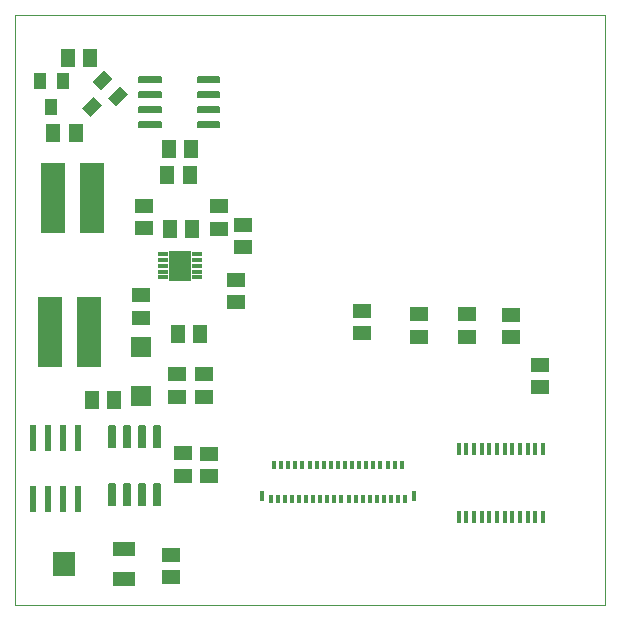
<source format=gtp>
G75*
%MOIN*%
%OFA0B0*%
%FSLAX25Y25*%
%IPPOS*%
%LPD*%
%AMOC8*
5,1,8,0,0,1.08239X$1,22.5*
%
%ADD10C,0.00000*%
%ADD11R,0.05118X0.05906*%
%ADD12R,0.05906X0.05118*%
%ADD13R,0.06693X0.07087*%
%ADD14R,0.01200X0.03900*%
%ADD15R,0.07874X0.23622*%
%ADD16R,0.06299X0.05118*%
%ADD17R,0.05118X0.06299*%
%ADD18C,0.00591*%
%ADD19C,0.00100*%
%ADD20R,0.03200X0.01200*%
%ADD21R,0.01181X0.03150*%
%ADD22R,0.01181X0.02559*%
%ADD23R,0.01575X0.03740*%
%ADD24R,0.02362X0.08661*%
%ADD25R,0.07480X0.05118*%
%ADD26R,0.07480X0.07874*%
%ADD27R,0.03937X0.05512*%
D10*
X0005982Y0001000D02*
X0005982Y0197850D01*
X0202832Y0197850D01*
X0202832Y0001000D01*
X0005982Y0001000D01*
D11*
X0031690Y0069307D03*
X0039171Y0069307D03*
X0057281Y0153165D03*
X0064761Y0153165D03*
X0031100Y0183480D03*
X0023619Y0183480D03*
X0026336Y0158283D03*
X0018856Y0158283D03*
D12*
X0049092Y0134150D03*
X0049092Y0126669D03*
X0047911Y0104346D03*
X0047911Y0096866D03*
X0069171Y0078047D03*
X0069171Y0070567D03*
X0062084Y0051709D03*
X0062084Y0044228D03*
X0180982Y0073756D03*
X0180982Y0081236D03*
D13*
X0047911Y0086984D03*
X0047911Y0070843D03*
D14*
X0153915Y0053235D03*
X0156474Y0053235D03*
X0159033Y0053235D03*
X0161592Y0053235D03*
X0164151Y0053235D03*
X0166710Y0053235D03*
X0169269Y0053235D03*
X0171828Y0053235D03*
X0174387Y0053235D03*
X0176946Y0053235D03*
X0179505Y0053235D03*
X0182064Y0053235D03*
X0182064Y0030261D03*
X0179505Y0030261D03*
X0176946Y0030261D03*
X0174387Y0030261D03*
X0171828Y0030261D03*
X0169269Y0030261D03*
X0166710Y0030261D03*
X0164151Y0030261D03*
X0161592Y0030261D03*
X0159033Y0030261D03*
X0156474Y0030261D03*
X0153915Y0030261D03*
D15*
X0031730Y0136866D03*
X0018738Y0136866D03*
X0017832Y0092063D03*
X0030824Y0092063D03*
D16*
X0060115Y0078047D03*
X0060115Y0070567D03*
X0070745Y0051433D03*
X0070745Y0043953D03*
X0057989Y0017850D03*
X0057989Y0010370D03*
X0121572Y0091709D03*
X0121572Y0099189D03*
X0140863Y0098008D03*
X0140863Y0090528D03*
X0156808Y0090528D03*
X0156808Y0098008D03*
X0171533Y0097811D03*
X0171533Y0090331D03*
X0082163Y0120331D03*
X0082163Y0127811D03*
X0073895Y0126472D03*
X0073895Y0133953D03*
X0079801Y0109543D03*
X0079801Y0102063D03*
D17*
X0067753Y0091354D03*
X0060273Y0091354D03*
X0057635Y0126394D03*
X0065115Y0126394D03*
X0064289Y0144504D03*
X0056808Y0144504D03*
D18*
X0054663Y0162063D02*
X0047497Y0162063D01*
X0054663Y0162063D02*
X0054663Y0160291D01*
X0047497Y0160291D01*
X0047497Y0162063D01*
X0047497Y0160881D02*
X0054663Y0160881D01*
X0054663Y0161471D02*
X0047497Y0161471D01*
X0047497Y0162061D02*
X0054663Y0162061D01*
X0054663Y0167063D02*
X0047497Y0167063D01*
X0054663Y0167063D02*
X0054663Y0165291D01*
X0047497Y0165291D01*
X0047497Y0167063D01*
X0047497Y0165881D02*
X0054663Y0165881D01*
X0054663Y0166471D02*
X0047497Y0166471D01*
X0047497Y0167061D02*
X0054663Y0167061D01*
X0054663Y0172063D02*
X0047497Y0172063D01*
X0054663Y0172063D02*
X0054663Y0170291D01*
X0047497Y0170291D01*
X0047497Y0172063D01*
X0047497Y0170881D02*
X0054663Y0170881D01*
X0054663Y0171471D02*
X0047497Y0171471D01*
X0047497Y0172061D02*
X0054663Y0172061D01*
X0054663Y0177063D02*
X0047497Y0177063D01*
X0054663Y0177063D02*
X0054663Y0175291D01*
X0047497Y0175291D01*
X0047497Y0177063D01*
X0047497Y0175881D02*
X0054663Y0175881D01*
X0054663Y0176471D02*
X0047497Y0176471D01*
X0047497Y0177061D02*
X0054663Y0177061D01*
X0066985Y0177063D02*
X0074151Y0177063D01*
X0074151Y0175291D01*
X0066985Y0175291D01*
X0066985Y0177063D01*
X0066985Y0175881D02*
X0074151Y0175881D01*
X0074151Y0176471D02*
X0066985Y0176471D01*
X0066985Y0177061D02*
X0074151Y0177061D01*
X0074151Y0172063D02*
X0066985Y0172063D01*
X0074151Y0172063D02*
X0074151Y0170291D01*
X0066985Y0170291D01*
X0066985Y0172063D01*
X0066985Y0170881D02*
X0074151Y0170881D01*
X0074151Y0171471D02*
X0066985Y0171471D01*
X0066985Y0172061D02*
X0074151Y0172061D01*
X0074151Y0167063D02*
X0066985Y0167063D01*
X0074151Y0167063D02*
X0074151Y0165291D01*
X0066985Y0165291D01*
X0066985Y0167063D01*
X0066985Y0165881D02*
X0074151Y0165881D01*
X0074151Y0166471D02*
X0066985Y0166471D01*
X0066985Y0167061D02*
X0074151Y0167061D01*
X0074151Y0162063D02*
X0066985Y0162063D01*
X0074151Y0162063D02*
X0074151Y0160291D01*
X0066985Y0160291D01*
X0066985Y0162063D01*
X0066985Y0160881D02*
X0074151Y0160881D01*
X0074151Y0161471D02*
X0066985Y0161471D01*
X0066985Y0162061D02*
X0074151Y0162061D01*
X0052477Y0060902D02*
X0052477Y0053736D01*
X0052477Y0060902D02*
X0054249Y0060902D01*
X0054249Y0053736D01*
X0052477Y0053736D01*
X0052477Y0054326D02*
X0054249Y0054326D01*
X0054249Y0054916D02*
X0052477Y0054916D01*
X0052477Y0055506D02*
X0054249Y0055506D01*
X0054249Y0056096D02*
X0052477Y0056096D01*
X0052477Y0056686D02*
X0054249Y0056686D01*
X0054249Y0057276D02*
X0052477Y0057276D01*
X0052477Y0057866D02*
X0054249Y0057866D01*
X0054249Y0058456D02*
X0052477Y0058456D01*
X0052477Y0059046D02*
X0054249Y0059046D01*
X0054249Y0059636D02*
X0052477Y0059636D01*
X0052477Y0060226D02*
X0054249Y0060226D01*
X0054249Y0060816D02*
X0052477Y0060816D01*
X0047477Y0060902D02*
X0047477Y0053736D01*
X0047477Y0060902D02*
X0049249Y0060902D01*
X0049249Y0053736D01*
X0047477Y0053736D01*
X0047477Y0054326D02*
X0049249Y0054326D01*
X0049249Y0054916D02*
X0047477Y0054916D01*
X0047477Y0055506D02*
X0049249Y0055506D01*
X0049249Y0056096D02*
X0047477Y0056096D01*
X0047477Y0056686D02*
X0049249Y0056686D01*
X0049249Y0057276D02*
X0047477Y0057276D01*
X0047477Y0057866D02*
X0049249Y0057866D01*
X0049249Y0058456D02*
X0047477Y0058456D01*
X0047477Y0059046D02*
X0049249Y0059046D01*
X0049249Y0059636D02*
X0047477Y0059636D01*
X0047477Y0060226D02*
X0049249Y0060226D01*
X0049249Y0060816D02*
X0047477Y0060816D01*
X0042477Y0060902D02*
X0042477Y0053736D01*
X0042477Y0060902D02*
X0044249Y0060902D01*
X0044249Y0053736D01*
X0042477Y0053736D01*
X0042477Y0054326D02*
X0044249Y0054326D01*
X0044249Y0054916D02*
X0042477Y0054916D01*
X0042477Y0055506D02*
X0044249Y0055506D01*
X0044249Y0056096D02*
X0042477Y0056096D01*
X0042477Y0056686D02*
X0044249Y0056686D01*
X0044249Y0057276D02*
X0042477Y0057276D01*
X0042477Y0057866D02*
X0044249Y0057866D01*
X0044249Y0058456D02*
X0042477Y0058456D01*
X0042477Y0059046D02*
X0044249Y0059046D01*
X0044249Y0059636D02*
X0042477Y0059636D01*
X0042477Y0060226D02*
X0044249Y0060226D01*
X0044249Y0060816D02*
X0042477Y0060816D01*
X0037477Y0060902D02*
X0037477Y0053736D01*
X0037477Y0060902D02*
X0039249Y0060902D01*
X0039249Y0053736D01*
X0037477Y0053736D01*
X0037477Y0054326D02*
X0039249Y0054326D01*
X0039249Y0054916D02*
X0037477Y0054916D01*
X0037477Y0055506D02*
X0039249Y0055506D01*
X0039249Y0056096D02*
X0037477Y0056096D01*
X0037477Y0056686D02*
X0039249Y0056686D01*
X0039249Y0057276D02*
X0037477Y0057276D01*
X0037477Y0057866D02*
X0039249Y0057866D01*
X0039249Y0058456D02*
X0037477Y0058456D01*
X0037477Y0059046D02*
X0039249Y0059046D01*
X0039249Y0059636D02*
X0037477Y0059636D01*
X0037477Y0060226D02*
X0039249Y0060226D01*
X0039249Y0060816D02*
X0037477Y0060816D01*
X0037477Y0041414D02*
X0037477Y0034248D01*
X0037477Y0041414D02*
X0039249Y0041414D01*
X0039249Y0034248D01*
X0037477Y0034248D01*
X0037477Y0034838D02*
X0039249Y0034838D01*
X0039249Y0035428D02*
X0037477Y0035428D01*
X0037477Y0036018D02*
X0039249Y0036018D01*
X0039249Y0036608D02*
X0037477Y0036608D01*
X0037477Y0037198D02*
X0039249Y0037198D01*
X0039249Y0037788D02*
X0037477Y0037788D01*
X0037477Y0038378D02*
X0039249Y0038378D01*
X0039249Y0038968D02*
X0037477Y0038968D01*
X0037477Y0039558D02*
X0039249Y0039558D01*
X0039249Y0040148D02*
X0037477Y0040148D01*
X0037477Y0040738D02*
X0039249Y0040738D01*
X0039249Y0041328D02*
X0037477Y0041328D01*
X0042477Y0041414D02*
X0042477Y0034248D01*
X0042477Y0041414D02*
X0044249Y0041414D01*
X0044249Y0034248D01*
X0042477Y0034248D01*
X0042477Y0034838D02*
X0044249Y0034838D01*
X0044249Y0035428D02*
X0042477Y0035428D01*
X0042477Y0036018D02*
X0044249Y0036018D01*
X0044249Y0036608D02*
X0042477Y0036608D01*
X0042477Y0037198D02*
X0044249Y0037198D01*
X0044249Y0037788D02*
X0042477Y0037788D01*
X0042477Y0038378D02*
X0044249Y0038378D01*
X0044249Y0038968D02*
X0042477Y0038968D01*
X0042477Y0039558D02*
X0044249Y0039558D01*
X0044249Y0040148D02*
X0042477Y0040148D01*
X0042477Y0040738D02*
X0044249Y0040738D01*
X0044249Y0041328D02*
X0042477Y0041328D01*
X0047477Y0041414D02*
X0047477Y0034248D01*
X0047477Y0041414D02*
X0049249Y0041414D01*
X0049249Y0034248D01*
X0047477Y0034248D01*
X0047477Y0034838D02*
X0049249Y0034838D01*
X0049249Y0035428D02*
X0047477Y0035428D01*
X0047477Y0036018D02*
X0049249Y0036018D01*
X0049249Y0036608D02*
X0047477Y0036608D01*
X0047477Y0037198D02*
X0049249Y0037198D01*
X0049249Y0037788D02*
X0047477Y0037788D01*
X0047477Y0038378D02*
X0049249Y0038378D01*
X0049249Y0038968D02*
X0047477Y0038968D01*
X0047477Y0039558D02*
X0049249Y0039558D01*
X0049249Y0040148D02*
X0047477Y0040148D01*
X0047477Y0040738D02*
X0049249Y0040738D01*
X0049249Y0041328D02*
X0047477Y0041328D01*
X0052477Y0041414D02*
X0052477Y0034248D01*
X0052477Y0041414D02*
X0054249Y0041414D01*
X0054249Y0034248D01*
X0052477Y0034248D01*
X0052477Y0034838D02*
X0054249Y0034838D01*
X0054249Y0035428D02*
X0052477Y0035428D01*
X0052477Y0036018D02*
X0054249Y0036018D01*
X0054249Y0036608D02*
X0052477Y0036608D01*
X0052477Y0037198D02*
X0054249Y0037198D01*
X0054249Y0037788D02*
X0052477Y0037788D01*
X0052477Y0038378D02*
X0054249Y0038378D01*
X0054249Y0038968D02*
X0052477Y0038968D01*
X0052477Y0039558D02*
X0054249Y0039558D01*
X0054249Y0040148D02*
X0052477Y0040148D01*
X0052477Y0040738D02*
X0054249Y0040738D01*
X0054249Y0041328D02*
X0052477Y0041328D01*
D19*
X0057492Y0109289D02*
X0064392Y0109289D01*
X0064392Y0119089D01*
X0057492Y0119089D01*
X0057492Y0109289D01*
X0057492Y0109362D02*
X0064392Y0109362D01*
X0064392Y0109461D02*
X0057492Y0109461D01*
X0057492Y0109559D02*
X0064392Y0109559D01*
X0064392Y0109658D02*
X0057492Y0109658D01*
X0057492Y0109756D02*
X0064392Y0109756D01*
X0064392Y0109855D02*
X0057492Y0109855D01*
X0057492Y0109954D02*
X0064392Y0109954D01*
X0064392Y0110052D02*
X0057492Y0110052D01*
X0057492Y0110151D02*
X0064392Y0110151D01*
X0064392Y0110249D02*
X0057492Y0110249D01*
X0057492Y0110348D02*
X0064392Y0110348D01*
X0064392Y0110446D02*
X0057492Y0110446D01*
X0057492Y0110545D02*
X0064392Y0110545D01*
X0064392Y0110643D02*
X0057492Y0110643D01*
X0057492Y0110742D02*
X0064392Y0110742D01*
X0064392Y0110840D02*
X0057492Y0110840D01*
X0057492Y0110939D02*
X0064392Y0110939D01*
X0064392Y0111037D02*
X0057492Y0111037D01*
X0057492Y0111136D02*
X0064392Y0111136D01*
X0064392Y0111234D02*
X0057492Y0111234D01*
X0057492Y0111333D02*
X0064392Y0111333D01*
X0064392Y0111431D02*
X0057492Y0111431D01*
X0057492Y0111530D02*
X0064392Y0111530D01*
X0064392Y0111628D02*
X0057492Y0111628D01*
X0057492Y0111727D02*
X0064392Y0111727D01*
X0064392Y0111825D02*
X0057492Y0111825D01*
X0057492Y0111924D02*
X0064392Y0111924D01*
X0064392Y0112022D02*
X0057492Y0112022D01*
X0057492Y0112121D02*
X0064392Y0112121D01*
X0064392Y0112219D02*
X0057492Y0112219D01*
X0057492Y0112318D02*
X0064392Y0112318D01*
X0064392Y0112416D02*
X0057492Y0112416D01*
X0057492Y0112515D02*
X0064392Y0112515D01*
X0064392Y0112613D02*
X0057492Y0112613D01*
X0057492Y0112712D02*
X0064392Y0112712D01*
X0064392Y0112810D02*
X0057492Y0112810D01*
X0057492Y0112909D02*
X0064392Y0112909D01*
X0064392Y0113007D02*
X0057492Y0113007D01*
X0057492Y0113106D02*
X0064392Y0113106D01*
X0064392Y0113204D02*
X0057492Y0113204D01*
X0057492Y0113303D02*
X0064392Y0113303D01*
X0064392Y0113401D02*
X0057492Y0113401D01*
X0057492Y0113500D02*
X0064392Y0113500D01*
X0064392Y0113598D02*
X0057492Y0113598D01*
X0057492Y0113697D02*
X0064392Y0113697D01*
X0064392Y0113795D02*
X0057492Y0113795D01*
X0057492Y0113894D02*
X0064392Y0113894D01*
X0064392Y0113992D02*
X0057492Y0113992D01*
X0057492Y0114091D02*
X0064392Y0114091D01*
X0064392Y0114190D02*
X0057492Y0114190D01*
X0057492Y0114288D02*
X0064392Y0114288D01*
X0064392Y0114387D02*
X0057492Y0114387D01*
X0057492Y0114485D02*
X0064392Y0114485D01*
X0064392Y0114584D02*
X0057492Y0114584D01*
X0057492Y0114682D02*
X0064392Y0114682D01*
X0064392Y0114781D02*
X0057492Y0114781D01*
X0057492Y0114879D02*
X0064392Y0114879D01*
X0064392Y0114978D02*
X0057492Y0114978D01*
X0057492Y0115076D02*
X0064392Y0115076D01*
X0064392Y0115175D02*
X0057492Y0115175D01*
X0057492Y0115273D02*
X0064392Y0115273D01*
X0064392Y0115372D02*
X0057492Y0115372D01*
X0057492Y0115470D02*
X0064392Y0115470D01*
X0064392Y0115569D02*
X0057492Y0115569D01*
X0057492Y0115667D02*
X0064392Y0115667D01*
X0064392Y0115766D02*
X0057492Y0115766D01*
X0057492Y0115864D02*
X0064392Y0115864D01*
X0064392Y0115963D02*
X0057492Y0115963D01*
X0057492Y0116061D02*
X0064392Y0116061D01*
X0064392Y0116160D02*
X0057492Y0116160D01*
X0057492Y0116258D02*
X0064392Y0116258D01*
X0064392Y0116357D02*
X0057492Y0116357D01*
X0057492Y0116455D02*
X0064392Y0116455D01*
X0064392Y0116554D02*
X0057492Y0116554D01*
X0057492Y0116652D02*
X0064392Y0116652D01*
X0064392Y0116751D02*
X0057492Y0116751D01*
X0057492Y0116849D02*
X0064392Y0116849D01*
X0064392Y0116948D02*
X0057492Y0116948D01*
X0057492Y0117046D02*
X0064392Y0117046D01*
X0064392Y0117145D02*
X0057492Y0117145D01*
X0057492Y0117243D02*
X0064392Y0117243D01*
X0064392Y0117342D02*
X0057492Y0117342D01*
X0057492Y0117440D02*
X0064392Y0117440D01*
X0064392Y0117539D02*
X0057492Y0117539D01*
X0057492Y0117637D02*
X0064392Y0117637D01*
X0064392Y0117736D02*
X0057492Y0117736D01*
X0057492Y0117834D02*
X0064392Y0117834D01*
X0064392Y0117933D02*
X0057492Y0117933D01*
X0057492Y0118031D02*
X0064392Y0118031D01*
X0064392Y0118130D02*
X0057492Y0118130D01*
X0057492Y0118228D02*
X0064392Y0118228D01*
X0064392Y0118327D02*
X0057492Y0118327D01*
X0057492Y0118425D02*
X0064392Y0118425D01*
X0064392Y0118524D02*
X0057492Y0118524D01*
X0057492Y0118623D02*
X0064392Y0118623D01*
X0064392Y0118721D02*
X0057492Y0118721D01*
X0057492Y0118820D02*
X0064392Y0118820D01*
X0064392Y0118918D02*
X0057492Y0118918D01*
X0057492Y0119017D02*
X0064392Y0119017D01*
D20*
X0066642Y0118126D03*
X0066642Y0116157D03*
X0066642Y0114189D03*
X0066642Y0112220D03*
X0066642Y0110252D03*
X0055242Y0110252D03*
X0055242Y0112220D03*
X0055242Y0114189D03*
X0055242Y0116157D03*
X0055242Y0118126D03*
D21*
X0091257Y0036394D03*
X0093619Y0036394D03*
X0095982Y0036394D03*
X0098344Y0036394D03*
X0100706Y0036394D03*
X0103068Y0036394D03*
X0105430Y0036394D03*
X0107793Y0036394D03*
X0110155Y0036394D03*
X0112517Y0036394D03*
X0114879Y0036394D03*
X0117241Y0036394D03*
X0119604Y0036394D03*
X0121966Y0036394D03*
X0124328Y0036394D03*
X0126690Y0036394D03*
X0129052Y0036394D03*
X0131415Y0036394D03*
X0133777Y0036394D03*
X0136139Y0036394D03*
D22*
X0134958Y0047713D03*
X0132596Y0047713D03*
X0130234Y0047713D03*
X0127871Y0047713D03*
X0125509Y0047713D03*
X0123147Y0047713D03*
X0120785Y0047713D03*
X0118423Y0047713D03*
X0116060Y0047713D03*
X0113698Y0047713D03*
X0111336Y0047713D03*
X0108974Y0047713D03*
X0106612Y0047713D03*
X0104249Y0047713D03*
X0101887Y0047713D03*
X0099525Y0047713D03*
X0097163Y0047713D03*
X0094801Y0047713D03*
X0092438Y0047713D03*
D23*
X0088501Y0037476D03*
X0138895Y0037476D03*
D24*
X0027025Y0036315D03*
X0022025Y0036315D03*
X0017025Y0036315D03*
X0012025Y0036315D03*
X0012025Y0056787D03*
X0017025Y0056787D03*
X0022025Y0056787D03*
X0027025Y0056787D03*
D25*
X0042320Y0019701D03*
X0042320Y0009701D03*
D26*
X0022241Y0014701D03*
D27*
X0018186Y0167142D03*
X0014446Y0175803D03*
X0021926Y0175803D03*
G36*
X0032216Y0170569D02*
X0034999Y0167786D01*
X0031102Y0163889D01*
X0028319Y0166672D01*
X0032216Y0170569D01*
G37*
G36*
X0035696Y0179338D02*
X0038479Y0176555D01*
X0034582Y0172658D01*
X0031799Y0175441D01*
X0035696Y0179338D01*
G37*
G36*
X0040986Y0174049D02*
X0043769Y0171266D01*
X0039872Y0167369D01*
X0037089Y0170152D01*
X0040986Y0174049D01*
G37*
M02*

</source>
